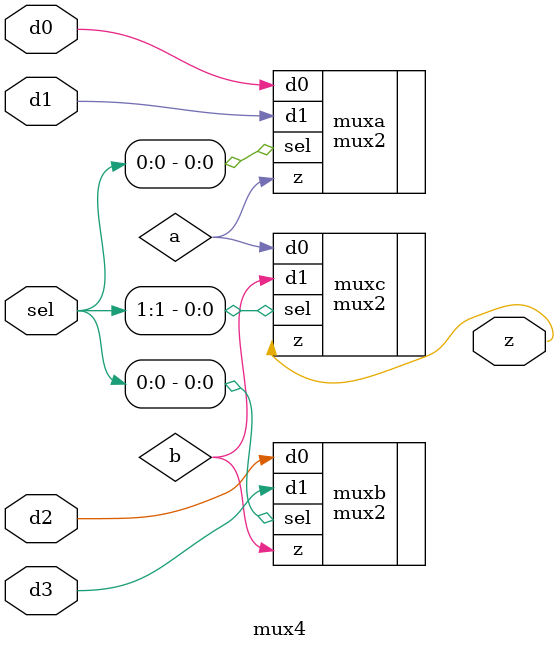
<source format=sv>
module mux4 (
    input logic d0,          // Data input 0
    input logic d1,          // Data input 1
    input logic d2,          // Data input 2
    input logic d3,          // Data input 3
    input logic [1:0] sel,   // Select input
    output logic z           // Output
);

// Put your code here
// ------------------
logic a;
logic b;

mux2 muxa (.d0(d0), .d1(d1),.sel(sel[0]),.z(a));
mux2 muxb (.d0(d2), .d1(d3),.sel(sel[0]),.z(b));
mux2 muxc (.d0(a), .d1(b),.sel(sel[1]),.z(z));

// End of your code

endmodule

</source>
